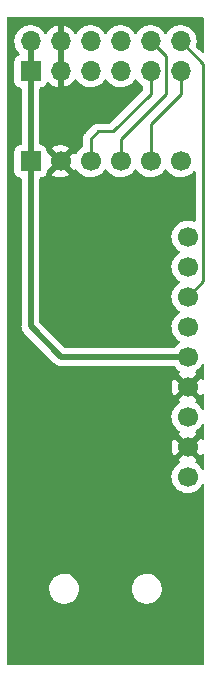
<source format=gbl>
G04 #@! TF.GenerationSoftware,KiCad,Pcbnew,6.0.9-8da3e8f707~116~ubuntu20.04.1*
G04 #@! TF.CreationDate,2022-12-23T11:35:35+01:00*
G04 #@! TF.ProjectId,pcm_dac,70636d5f-6461-4632-9e6b-696361645f70,rev?*
G04 #@! TF.SameCoordinates,Original*
G04 #@! TF.FileFunction,Copper,L2,Bot*
G04 #@! TF.FilePolarity,Positive*
%FSLAX46Y46*%
G04 Gerber Fmt 4.6, Leading zero omitted, Abs format (unit mm)*
G04 Created by KiCad (PCBNEW 6.0.9-8da3e8f707~116~ubuntu20.04.1) date 2022-12-23 11:35:35*
%MOMM*%
%LPD*%
G01*
G04 APERTURE LIST*
G04 #@! TA.AperFunction,ComponentPad*
%ADD10R,1.700000X1.700000*%
G04 #@! TD*
G04 #@! TA.AperFunction,ComponentPad*
%ADD11O,1.700000X1.700000*%
G04 #@! TD*
G04 #@! TA.AperFunction,ComponentPad*
%ADD12C,1.700000*%
G04 #@! TD*
G04 #@! TA.AperFunction,Conductor*
%ADD13C,0.500000*%
G04 #@! TD*
G04 #@! TA.AperFunction,Conductor*
%ADD14C,0.250000*%
G04 #@! TD*
G04 APERTURE END LIST*
D10*
X121920000Y-63500000D03*
D11*
X121920000Y-60960000D03*
X124460000Y-63500000D03*
X124460000Y-60960000D03*
X127000000Y-63500000D03*
X127000000Y-60960000D03*
X129540000Y-63500000D03*
X129540000Y-60960000D03*
X132080000Y-63500000D03*
X132080000Y-60960000D03*
X134620000Y-63500000D03*
X134620000Y-60960000D03*
D10*
X121920000Y-71120000D03*
D12*
X124460000Y-71120000D03*
X127000000Y-71120000D03*
X129540000Y-71120000D03*
X132080000Y-71120000D03*
X134620000Y-71120000D03*
X135220000Y-77520000D03*
X135220000Y-80060000D03*
X135220000Y-82600000D03*
X135220000Y-85140000D03*
X135220000Y-87680000D03*
X135220000Y-90220000D03*
X135220000Y-92760000D03*
X135220000Y-95300000D03*
X135220000Y-97840000D03*
D13*
X121920000Y-60960000D02*
X121920000Y-63500000D01*
X121920000Y-71120000D02*
X121920000Y-85090000D01*
X121920000Y-85090000D02*
X124510000Y-87680000D01*
X121920000Y-63500000D02*
X121920000Y-71120000D01*
X124510000Y-87680000D02*
X135220000Y-87680000D01*
D14*
X132080000Y-63500000D02*
X132080000Y-65405000D01*
X132080000Y-65405000D02*
X128905000Y-68580000D01*
X128905000Y-68580000D02*
X127635000Y-68580000D01*
X127000000Y-69215000D02*
X127000000Y-71120000D01*
X127635000Y-68580000D02*
X127000000Y-69215000D01*
X132080000Y-60960000D02*
X133350000Y-62230000D01*
X133350000Y-62230000D02*
X133350000Y-65405000D01*
X129540000Y-69215000D02*
X129540000Y-71120000D01*
X133350000Y-65405000D02*
X129540000Y-69215000D01*
X132080000Y-67945000D02*
X132080000Y-71120000D01*
X134620000Y-63500000D02*
X134620000Y-65405000D01*
X134620000Y-65405000D02*
X132080000Y-67945000D01*
X136525000Y-62865000D02*
X136525000Y-81295000D01*
X134620000Y-60960000D02*
X136525000Y-62865000D01*
X136525000Y-81295000D02*
X135220000Y-82600000D01*
G04 #@! TA.AperFunction,Conductor*
G36*
X136495018Y-58930000D02*
G01*
X136509853Y-58932310D01*
X136509855Y-58932310D01*
X136518724Y-58933691D01*
X136524508Y-58932935D01*
X136590868Y-58953307D01*
X136636700Y-59007528D01*
X136645165Y-59048873D01*
X136646309Y-59048723D01*
X136646309Y-59048724D01*
X136646329Y-59048873D01*
X136650436Y-59080283D01*
X136651500Y-59096621D01*
X136651500Y-61791405D01*
X136631498Y-61859526D01*
X136577842Y-61906019D01*
X136507568Y-61916123D01*
X136442988Y-61886629D01*
X136436404Y-61880500D01*
X136222899Y-61666994D01*
X135971217Y-61415312D01*
X135937192Y-61353000D01*
X135939755Y-61289590D01*
X135952370Y-61248069D01*
X135981529Y-61026590D01*
X135983156Y-60960000D01*
X135964852Y-60737361D01*
X135910431Y-60520702D01*
X135821354Y-60315840D01*
X135700014Y-60128277D01*
X135549670Y-59963051D01*
X135545619Y-59959852D01*
X135545615Y-59959848D01*
X135378414Y-59827800D01*
X135378410Y-59827798D01*
X135374359Y-59824598D01*
X135338028Y-59804542D01*
X135322136Y-59795769D01*
X135178789Y-59716638D01*
X135173920Y-59714914D01*
X135173916Y-59714912D01*
X134973087Y-59643795D01*
X134973083Y-59643794D01*
X134968212Y-59642069D01*
X134963119Y-59641162D01*
X134963116Y-59641161D01*
X134753373Y-59603800D01*
X134753367Y-59603799D01*
X134748284Y-59602894D01*
X134674452Y-59601992D01*
X134530081Y-59600228D01*
X134530079Y-59600228D01*
X134524911Y-59600165D01*
X134304091Y-59633955D01*
X134091756Y-59703357D01*
X133893607Y-59806507D01*
X133889474Y-59809610D01*
X133889471Y-59809612D01*
X133865247Y-59827800D01*
X133714965Y-59940635D01*
X133560629Y-60102138D01*
X133453201Y-60259621D01*
X133398293Y-60304621D01*
X133327768Y-60312792D01*
X133264021Y-60281538D01*
X133243324Y-60257054D01*
X133162822Y-60132617D01*
X133162820Y-60132614D01*
X133160014Y-60128277D01*
X133009670Y-59963051D01*
X133005619Y-59959852D01*
X133005615Y-59959848D01*
X132838414Y-59827800D01*
X132838410Y-59827798D01*
X132834359Y-59824598D01*
X132798028Y-59804542D01*
X132782136Y-59795769D01*
X132638789Y-59716638D01*
X132633920Y-59714914D01*
X132633916Y-59714912D01*
X132433087Y-59643795D01*
X132433083Y-59643794D01*
X132428212Y-59642069D01*
X132423119Y-59641162D01*
X132423116Y-59641161D01*
X132213373Y-59603800D01*
X132213367Y-59603799D01*
X132208284Y-59602894D01*
X132134452Y-59601992D01*
X131990081Y-59600228D01*
X131990079Y-59600228D01*
X131984911Y-59600165D01*
X131764091Y-59633955D01*
X131551756Y-59703357D01*
X131353607Y-59806507D01*
X131349474Y-59809610D01*
X131349471Y-59809612D01*
X131325247Y-59827800D01*
X131174965Y-59940635D01*
X131020629Y-60102138D01*
X130913201Y-60259621D01*
X130858293Y-60304621D01*
X130787768Y-60312792D01*
X130724021Y-60281538D01*
X130703324Y-60257054D01*
X130622822Y-60132617D01*
X130622820Y-60132614D01*
X130620014Y-60128277D01*
X130469670Y-59963051D01*
X130465619Y-59959852D01*
X130465615Y-59959848D01*
X130298414Y-59827800D01*
X130298410Y-59827798D01*
X130294359Y-59824598D01*
X130258028Y-59804542D01*
X130242136Y-59795769D01*
X130098789Y-59716638D01*
X130093920Y-59714914D01*
X130093916Y-59714912D01*
X129893087Y-59643795D01*
X129893083Y-59643794D01*
X129888212Y-59642069D01*
X129883119Y-59641162D01*
X129883116Y-59641161D01*
X129673373Y-59603800D01*
X129673367Y-59603799D01*
X129668284Y-59602894D01*
X129594452Y-59601992D01*
X129450081Y-59600228D01*
X129450079Y-59600228D01*
X129444911Y-59600165D01*
X129224091Y-59633955D01*
X129011756Y-59703357D01*
X128813607Y-59806507D01*
X128809474Y-59809610D01*
X128809471Y-59809612D01*
X128785247Y-59827800D01*
X128634965Y-59940635D01*
X128480629Y-60102138D01*
X128373201Y-60259621D01*
X128318293Y-60304621D01*
X128247768Y-60312792D01*
X128184021Y-60281538D01*
X128163324Y-60257054D01*
X128082822Y-60132617D01*
X128082820Y-60132614D01*
X128080014Y-60128277D01*
X127929670Y-59963051D01*
X127925619Y-59959852D01*
X127925615Y-59959848D01*
X127758414Y-59827800D01*
X127758410Y-59827798D01*
X127754359Y-59824598D01*
X127718028Y-59804542D01*
X127702136Y-59795769D01*
X127558789Y-59716638D01*
X127553920Y-59714914D01*
X127553916Y-59714912D01*
X127353087Y-59643795D01*
X127353083Y-59643794D01*
X127348212Y-59642069D01*
X127343119Y-59641162D01*
X127343116Y-59641161D01*
X127133373Y-59603800D01*
X127133367Y-59603799D01*
X127128284Y-59602894D01*
X127054452Y-59601992D01*
X126910081Y-59600228D01*
X126910079Y-59600228D01*
X126904911Y-59600165D01*
X126684091Y-59633955D01*
X126471756Y-59703357D01*
X126273607Y-59806507D01*
X126269474Y-59809610D01*
X126269471Y-59809612D01*
X126245247Y-59827800D01*
X126094965Y-59940635D01*
X125940629Y-60102138D01*
X125833204Y-60259618D01*
X125832898Y-60260066D01*
X125777987Y-60305069D01*
X125707462Y-60313240D01*
X125643715Y-60281986D01*
X125623018Y-60257502D01*
X125542426Y-60132926D01*
X125536136Y-60124757D01*
X125392806Y-59967240D01*
X125385273Y-59960215D01*
X125218139Y-59828222D01*
X125209552Y-59822517D01*
X125023117Y-59719599D01*
X125013705Y-59715369D01*
X124812959Y-59644280D01*
X124802988Y-59641646D01*
X124731837Y-59628972D01*
X124718540Y-59630432D01*
X124714000Y-59644989D01*
X124714000Y-64818517D01*
X124718064Y-64832359D01*
X124731478Y-64834393D01*
X124738184Y-64833534D01*
X124748262Y-64831392D01*
X124952255Y-64770191D01*
X124961842Y-64766433D01*
X125153095Y-64672739D01*
X125161945Y-64667464D01*
X125335328Y-64543792D01*
X125343200Y-64537139D01*
X125494052Y-64386812D01*
X125500730Y-64378965D01*
X125628022Y-64201819D01*
X125629279Y-64202722D01*
X125676373Y-64159362D01*
X125746311Y-64147145D01*
X125811751Y-64174678D01*
X125839579Y-64206511D01*
X125899987Y-64305088D01*
X126046250Y-64473938D01*
X126218126Y-64616632D01*
X126411000Y-64729338D01*
X126619692Y-64809030D01*
X126624760Y-64810061D01*
X126624763Y-64810062D01*
X126719862Y-64829410D01*
X126838597Y-64853567D01*
X126843772Y-64853757D01*
X126843774Y-64853757D01*
X127056673Y-64861564D01*
X127056677Y-64861564D01*
X127061837Y-64861753D01*
X127066957Y-64861097D01*
X127066959Y-64861097D01*
X127278288Y-64834025D01*
X127278289Y-64834025D01*
X127283416Y-64833368D01*
X127288366Y-64831883D01*
X127492429Y-64770661D01*
X127492434Y-64770659D01*
X127497384Y-64769174D01*
X127697994Y-64670896D01*
X127879860Y-64541173D01*
X128038096Y-64383489D01*
X128168453Y-64202077D01*
X128169776Y-64203028D01*
X128216645Y-64159857D01*
X128286580Y-64147625D01*
X128352026Y-64175144D01*
X128379875Y-64206994D01*
X128439987Y-64305088D01*
X128586250Y-64473938D01*
X128758126Y-64616632D01*
X128951000Y-64729338D01*
X129159692Y-64809030D01*
X129164760Y-64810061D01*
X129164763Y-64810062D01*
X129259862Y-64829410D01*
X129378597Y-64853567D01*
X129383772Y-64853757D01*
X129383774Y-64853757D01*
X129596673Y-64861564D01*
X129596677Y-64861564D01*
X129601837Y-64861753D01*
X129606957Y-64861097D01*
X129606959Y-64861097D01*
X129818288Y-64834025D01*
X129818289Y-64834025D01*
X129823416Y-64833368D01*
X129828366Y-64831883D01*
X130032429Y-64770661D01*
X130032434Y-64770659D01*
X130037384Y-64769174D01*
X130237994Y-64670896D01*
X130419860Y-64541173D01*
X130578096Y-64383489D01*
X130708453Y-64202077D01*
X130709776Y-64203028D01*
X130756645Y-64159857D01*
X130826580Y-64147625D01*
X130892026Y-64175144D01*
X130919875Y-64206994D01*
X130979987Y-64305088D01*
X131126250Y-64473938D01*
X131298126Y-64616632D01*
X131302593Y-64619242D01*
X131384070Y-64666853D01*
X131432794Y-64718491D01*
X131446500Y-64775641D01*
X131446500Y-65090406D01*
X131426498Y-65158527D01*
X131409595Y-65179501D01*
X128679500Y-67909595D01*
X128617188Y-67943621D01*
X128590405Y-67946500D01*
X127713768Y-67946500D01*
X127702585Y-67945973D01*
X127695092Y-67944298D01*
X127687166Y-67944547D01*
X127687165Y-67944547D01*
X127627002Y-67946438D01*
X127623044Y-67946500D01*
X127595144Y-67946500D01*
X127591154Y-67947004D01*
X127579320Y-67947936D01*
X127535111Y-67949326D01*
X127527495Y-67951539D01*
X127527493Y-67951539D01*
X127515652Y-67954979D01*
X127496293Y-67958988D01*
X127494983Y-67959154D01*
X127476203Y-67961526D01*
X127468837Y-67964442D01*
X127468831Y-67964444D01*
X127435098Y-67977800D01*
X127423868Y-67981645D01*
X127389017Y-67991770D01*
X127381407Y-67993981D01*
X127374584Y-67998016D01*
X127363966Y-68004295D01*
X127346213Y-68012992D01*
X127338568Y-68016019D01*
X127327383Y-68020448D01*
X127320968Y-68025109D01*
X127291612Y-68046437D01*
X127281695Y-68052951D01*
X127243638Y-68075458D01*
X127229317Y-68089779D01*
X127214284Y-68102619D01*
X127197893Y-68114528D01*
X127171516Y-68146413D01*
X127169712Y-68148593D01*
X127161722Y-68157374D01*
X126607742Y-68711353D01*
X126599463Y-68718887D01*
X126592982Y-68723000D01*
X126546357Y-68772651D01*
X126543602Y-68775493D01*
X126523865Y-68795230D01*
X126521385Y-68798427D01*
X126513682Y-68807447D01*
X126483414Y-68839679D01*
X126479595Y-68846625D01*
X126479593Y-68846628D01*
X126473652Y-68857434D01*
X126462801Y-68873953D01*
X126450386Y-68889959D01*
X126447241Y-68897228D01*
X126447238Y-68897232D01*
X126432826Y-68930537D01*
X126427609Y-68941187D01*
X126406305Y-68979940D01*
X126404334Y-68987615D01*
X126404334Y-68987616D01*
X126401267Y-68999562D01*
X126394863Y-69018266D01*
X126386819Y-69036855D01*
X126385580Y-69044678D01*
X126385577Y-69044688D01*
X126379901Y-69080524D01*
X126377495Y-69092144D01*
X126366500Y-69134970D01*
X126366500Y-69155224D01*
X126364949Y-69174934D01*
X126361780Y-69194943D01*
X126362526Y-69202835D01*
X126365941Y-69238961D01*
X126366500Y-69250819D01*
X126366500Y-69841692D01*
X126346498Y-69909813D01*
X126298683Y-69953453D01*
X126273607Y-69966507D01*
X126269474Y-69969610D01*
X126269471Y-69969612D01*
X126099100Y-70097530D01*
X126094965Y-70100635D01*
X126045607Y-70152285D01*
X125944750Y-70257826D01*
X125940629Y-70262138D01*
X125833204Y-70419618D01*
X125832898Y-70420066D01*
X125777987Y-70465069D01*
X125707462Y-70473240D01*
X125643715Y-70441986D01*
X125623017Y-70417501D01*
X125593062Y-70371197D01*
X125582377Y-70361995D01*
X125572812Y-70366398D01*
X124832022Y-71107188D01*
X124824408Y-71121132D01*
X124824539Y-71122965D01*
X124828790Y-71129580D01*
X125570474Y-71871264D01*
X125582484Y-71877823D01*
X125594223Y-71868855D01*
X125628022Y-71821819D01*
X125629277Y-71822721D01*
X125676391Y-71779355D01*
X125746330Y-71767148D01*
X125811767Y-71794691D01*
X125839580Y-71826513D01*
X125897287Y-71920683D01*
X125897291Y-71920688D01*
X125899987Y-71925088D01*
X126046250Y-72093938D01*
X126218126Y-72236632D01*
X126411000Y-72349338D01*
X126619692Y-72429030D01*
X126624760Y-72430061D01*
X126624763Y-72430062D01*
X126729604Y-72451392D01*
X126838597Y-72473567D01*
X126843772Y-72473757D01*
X126843774Y-72473757D01*
X127056673Y-72481564D01*
X127056677Y-72481564D01*
X127061837Y-72481753D01*
X127066957Y-72481097D01*
X127066959Y-72481097D01*
X127278288Y-72454025D01*
X127278289Y-72454025D01*
X127283416Y-72453368D01*
X127288366Y-72451883D01*
X127492429Y-72390661D01*
X127492434Y-72390659D01*
X127497384Y-72389174D01*
X127697994Y-72290896D01*
X127879860Y-72161173D01*
X128038096Y-72003489D01*
X128098927Y-71918834D01*
X128168453Y-71822077D01*
X128169776Y-71823028D01*
X128216645Y-71779857D01*
X128286580Y-71767625D01*
X128352026Y-71795144D01*
X128379875Y-71826994D01*
X128439987Y-71925088D01*
X128586250Y-72093938D01*
X128758126Y-72236632D01*
X128951000Y-72349338D01*
X129159692Y-72429030D01*
X129164760Y-72430061D01*
X129164763Y-72430062D01*
X129269604Y-72451392D01*
X129378597Y-72473567D01*
X129383772Y-72473757D01*
X129383774Y-72473757D01*
X129596673Y-72481564D01*
X129596677Y-72481564D01*
X129601837Y-72481753D01*
X129606957Y-72481097D01*
X129606959Y-72481097D01*
X129818288Y-72454025D01*
X129818289Y-72454025D01*
X129823416Y-72453368D01*
X129828366Y-72451883D01*
X130032429Y-72390661D01*
X130032434Y-72390659D01*
X130037384Y-72389174D01*
X130237994Y-72290896D01*
X130419860Y-72161173D01*
X130578096Y-72003489D01*
X130638927Y-71918834D01*
X130708453Y-71822077D01*
X130709776Y-71823028D01*
X130756645Y-71779857D01*
X130826580Y-71767625D01*
X130892026Y-71795144D01*
X130919875Y-71826994D01*
X130979987Y-71925088D01*
X131126250Y-72093938D01*
X131298126Y-72236632D01*
X131491000Y-72349338D01*
X131699692Y-72429030D01*
X131704760Y-72430061D01*
X131704763Y-72430062D01*
X131809604Y-72451392D01*
X131918597Y-72473567D01*
X131923772Y-72473757D01*
X131923774Y-72473757D01*
X132136673Y-72481564D01*
X132136677Y-72481564D01*
X132141837Y-72481753D01*
X132146957Y-72481097D01*
X132146959Y-72481097D01*
X132358288Y-72454025D01*
X132358289Y-72454025D01*
X132363416Y-72453368D01*
X132368366Y-72451883D01*
X132572429Y-72390661D01*
X132572434Y-72390659D01*
X132577384Y-72389174D01*
X132777994Y-72290896D01*
X132959860Y-72161173D01*
X133118096Y-72003489D01*
X133178927Y-71918834D01*
X133248453Y-71822077D01*
X133249776Y-71823028D01*
X133296645Y-71779857D01*
X133366580Y-71767625D01*
X133432026Y-71795144D01*
X133459875Y-71826994D01*
X133519987Y-71925088D01*
X133666250Y-72093938D01*
X133838126Y-72236632D01*
X134031000Y-72349338D01*
X134239692Y-72429030D01*
X134244760Y-72430061D01*
X134244763Y-72430062D01*
X134349604Y-72451392D01*
X134458597Y-72473567D01*
X134463772Y-72473757D01*
X134463774Y-72473757D01*
X134676673Y-72481564D01*
X134676677Y-72481564D01*
X134681837Y-72481753D01*
X134686957Y-72481097D01*
X134686959Y-72481097D01*
X134898288Y-72454025D01*
X134898289Y-72454025D01*
X134903416Y-72453368D01*
X134908366Y-72451883D01*
X135112429Y-72390661D01*
X135112434Y-72390659D01*
X135117384Y-72389174D01*
X135317994Y-72290896D01*
X135499860Y-72161173D01*
X135658096Y-72003489D01*
X135663177Y-71996418D01*
X135664308Y-71995536D01*
X135664465Y-71995352D01*
X135664503Y-71995384D01*
X135719172Y-71952770D01*
X135789875Y-71946324D01*
X135852840Y-71979127D01*
X135888074Y-72040763D01*
X135891500Y-72069944D01*
X135891500Y-76138265D01*
X135871498Y-76206386D01*
X135817842Y-76252879D01*
X135747568Y-76262983D01*
X135723440Y-76257038D01*
X135573087Y-76203795D01*
X135573083Y-76203794D01*
X135568212Y-76202069D01*
X135563119Y-76201162D01*
X135563116Y-76201161D01*
X135353373Y-76163800D01*
X135353367Y-76163799D01*
X135348284Y-76162894D01*
X135274452Y-76161992D01*
X135130081Y-76160228D01*
X135130079Y-76160228D01*
X135124911Y-76160165D01*
X134904091Y-76193955D01*
X134691756Y-76263357D01*
X134493607Y-76366507D01*
X134489474Y-76369610D01*
X134489471Y-76369612D01*
X134319100Y-76497530D01*
X134314965Y-76500635D01*
X134160629Y-76662138D01*
X134034743Y-76846680D01*
X133940688Y-77049305D01*
X133880989Y-77264570D01*
X133857251Y-77486695D01*
X133870110Y-77709715D01*
X133871247Y-77714761D01*
X133871248Y-77714767D01*
X133895304Y-77821508D01*
X133919222Y-77927639D01*
X134003266Y-78134616D01*
X134119987Y-78325088D01*
X134266250Y-78493938D01*
X134438126Y-78636632D01*
X134508595Y-78677811D01*
X134511445Y-78679476D01*
X134560169Y-78731114D01*
X134573240Y-78800897D01*
X134546509Y-78866669D01*
X134506055Y-78900027D01*
X134493607Y-78906507D01*
X134489474Y-78909610D01*
X134489471Y-78909612D01*
X134319100Y-79037530D01*
X134314965Y-79040635D01*
X134160629Y-79202138D01*
X134034743Y-79386680D01*
X133940688Y-79589305D01*
X133880989Y-79804570D01*
X133857251Y-80026695D01*
X133870110Y-80249715D01*
X133871247Y-80254761D01*
X133871248Y-80254767D01*
X133895304Y-80361508D01*
X133919222Y-80467639D01*
X134003266Y-80674616D01*
X134119987Y-80865088D01*
X134266250Y-81033938D01*
X134438126Y-81176632D01*
X134508595Y-81217811D01*
X134511445Y-81219476D01*
X134560169Y-81271114D01*
X134573240Y-81340897D01*
X134546509Y-81406669D01*
X134506055Y-81440027D01*
X134493607Y-81446507D01*
X134489474Y-81449610D01*
X134489471Y-81449612D01*
X134319100Y-81577530D01*
X134314965Y-81580635D01*
X134160629Y-81742138D01*
X134034743Y-81926680D01*
X133940688Y-82129305D01*
X133880989Y-82344570D01*
X133857251Y-82566695D01*
X133870110Y-82789715D01*
X133871247Y-82794761D01*
X133871248Y-82794767D01*
X133892275Y-82888069D01*
X133919222Y-83007639D01*
X133957461Y-83101811D01*
X133990518Y-83183220D01*
X134003266Y-83214616D01*
X134119987Y-83405088D01*
X134266250Y-83573938D01*
X134438126Y-83716632D01*
X134508595Y-83757811D01*
X134511445Y-83759476D01*
X134560169Y-83811114D01*
X134573240Y-83880897D01*
X134546509Y-83946669D01*
X134506055Y-83980027D01*
X134493607Y-83986507D01*
X134489474Y-83989610D01*
X134489471Y-83989612D01*
X134465247Y-84007800D01*
X134314965Y-84120635D01*
X134160629Y-84282138D01*
X134034743Y-84466680D01*
X133940688Y-84669305D01*
X133880989Y-84884570D01*
X133857251Y-85106695D01*
X133857548Y-85111848D01*
X133857548Y-85111851D01*
X133858631Y-85130630D01*
X133870110Y-85329715D01*
X133871247Y-85334761D01*
X133871248Y-85334767D01*
X133895304Y-85441508D01*
X133919222Y-85547639D01*
X133934346Y-85584884D01*
X133990518Y-85723220D01*
X134003266Y-85754616D01*
X134119987Y-85945088D01*
X134266250Y-86113938D01*
X134438126Y-86256632D01*
X134508595Y-86297811D01*
X134511445Y-86299476D01*
X134560169Y-86351114D01*
X134573240Y-86420897D01*
X134546509Y-86486669D01*
X134506055Y-86520027D01*
X134493607Y-86526507D01*
X134489474Y-86529610D01*
X134489471Y-86529612D01*
X134465247Y-86547800D01*
X134314965Y-86660635D01*
X134160629Y-86822138D01*
X134130363Y-86866507D01*
X134075455Y-86911507D01*
X134026277Y-86921500D01*
X124876371Y-86921500D01*
X124808250Y-86901498D01*
X124787276Y-86884595D01*
X122715405Y-84812724D01*
X122681379Y-84750412D01*
X122678500Y-84723629D01*
X122678500Y-72604500D01*
X122698502Y-72536379D01*
X122752158Y-72489886D01*
X122804500Y-72478500D01*
X122818134Y-72478500D01*
X122880316Y-72471745D01*
X123016705Y-72420615D01*
X123133261Y-72333261D01*
X123199519Y-72244853D01*
X123699977Y-72244853D01*
X123705258Y-72251907D01*
X123866756Y-72346279D01*
X123876042Y-72350729D01*
X124075001Y-72426703D01*
X124084899Y-72429579D01*
X124293595Y-72472038D01*
X124303823Y-72473257D01*
X124516650Y-72481062D01*
X124526936Y-72480595D01*
X124738185Y-72453534D01*
X124748262Y-72451392D01*
X124952255Y-72390191D01*
X124961842Y-72386433D01*
X125153098Y-72292738D01*
X125161944Y-72287465D01*
X125209247Y-72253723D01*
X125217648Y-72243023D01*
X125210660Y-72229870D01*
X124472812Y-71492022D01*
X124458868Y-71484408D01*
X124457035Y-71484539D01*
X124450420Y-71488790D01*
X123706737Y-72232473D01*
X123699977Y-72244853D01*
X123199519Y-72244853D01*
X123220615Y-72216705D01*
X123271745Y-72080316D01*
X123278500Y-72018134D01*
X123278500Y-71986955D01*
X123298502Y-71918834D01*
X123332608Y-71889915D01*
X123331507Y-71888707D01*
X123338005Y-71882785D01*
X124087978Y-71132812D01*
X124095592Y-71118868D01*
X124095461Y-71117035D01*
X124091210Y-71110420D01*
X123349848Y-70369058D01*
X123344114Y-70365927D01*
X123293912Y-70315725D01*
X123278500Y-70255340D01*
X123278500Y-70221866D01*
X123271745Y-70159684D01*
X123220615Y-70023295D01*
X123200479Y-69996427D01*
X123701223Y-69996427D01*
X123707968Y-70008758D01*
X124447188Y-70747978D01*
X124461132Y-70755592D01*
X124462965Y-70755461D01*
X124469580Y-70751210D01*
X125213389Y-70007401D01*
X125220410Y-69994544D01*
X125213611Y-69985213D01*
X125209554Y-69982518D01*
X125023117Y-69879599D01*
X125013705Y-69875369D01*
X124812959Y-69804280D01*
X124802989Y-69801646D01*
X124593327Y-69764301D01*
X124583073Y-69763331D01*
X124370116Y-69760728D01*
X124359832Y-69761448D01*
X124149321Y-69793661D01*
X124139293Y-69796050D01*
X123936868Y-69862212D01*
X123927359Y-69866209D01*
X123738466Y-69964540D01*
X123729734Y-69970039D01*
X123709677Y-69985099D01*
X123701223Y-69996427D01*
X123200479Y-69996427D01*
X123133261Y-69906739D01*
X123016705Y-69819385D01*
X122880316Y-69768255D01*
X122818134Y-69761500D01*
X122804500Y-69761500D01*
X122736379Y-69741498D01*
X122689886Y-69687842D01*
X122678500Y-69635500D01*
X122678500Y-64984500D01*
X122698502Y-64916379D01*
X122752158Y-64869886D01*
X122804500Y-64858500D01*
X122818134Y-64858500D01*
X122880316Y-64851745D01*
X123016705Y-64800615D01*
X123133261Y-64713261D01*
X123220615Y-64596705D01*
X123264798Y-64478848D01*
X123307440Y-64422084D01*
X123374001Y-64397384D01*
X123443350Y-64412592D01*
X123478017Y-64440580D01*
X123503218Y-64469673D01*
X123510580Y-64476883D01*
X123674434Y-64612916D01*
X123682881Y-64618831D01*
X123866756Y-64726279D01*
X123876042Y-64730729D01*
X124075001Y-64806703D01*
X124084899Y-64809579D01*
X124188250Y-64830606D01*
X124202299Y-64829410D01*
X124206000Y-64819065D01*
X124206000Y-59643102D01*
X124202082Y-59629758D01*
X124187806Y-59627771D01*
X124149324Y-59633660D01*
X124139288Y-59636051D01*
X123936868Y-59702212D01*
X123927359Y-59706209D01*
X123738463Y-59804542D01*
X123729738Y-59810036D01*
X123559433Y-59937905D01*
X123551726Y-59944748D01*
X123404590Y-60098717D01*
X123398109Y-60106722D01*
X123293498Y-60260074D01*
X123238587Y-60305076D01*
X123168062Y-60313247D01*
X123104315Y-60281993D01*
X123083618Y-60257509D01*
X123002822Y-60132617D01*
X123002820Y-60132614D01*
X123000014Y-60128277D01*
X122849670Y-59963051D01*
X122845619Y-59959852D01*
X122845615Y-59959848D01*
X122678414Y-59827800D01*
X122678410Y-59827798D01*
X122674359Y-59824598D01*
X122638028Y-59804542D01*
X122622136Y-59795769D01*
X122478789Y-59716638D01*
X122473920Y-59714914D01*
X122473916Y-59714912D01*
X122273087Y-59643795D01*
X122273083Y-59643794D01*
X122268212Y-59642069D01*
X122263119Y-59641162D01*
X122263116Y-59641161D01*
X122053373Y-59603800D01*
X122053367Y-59603799D01*
X122048284Y-59602894D01*
X121974452Y-59601992D01*
X121830081Y-59600228D01*
X121830079Y-59600228D01*
X121824911Y-59600165D01*
X121604091Y-59633955D01*
X121391756Y-59703357D01*
X121193607Y-59806507D01*
X121189474Y-59809610D01*
X121189471Y-59809612D01*
X121165247Y-59827800D01*
X121014965Y-59940635D01*
X120860629Y-60102138D01*
X120734743Y-60286680D01*
X120640688Y-60489305D01*
X120580989Y-60704570D01*
X120557251Y-60926695D01*
X120557548Y-60931848D01*
X120557548Y-60931851D01*
X120563011Y-61026590D01*
X120570110Y-61149715D01*
X120571247Y-61154761D01*
X120571248Y-61154767D01*
X120591119Y-61242939D01*
X120619222Y-61367639D01*
X120703266Y-61574616D01*
X120754942Y-61658944D01*
X120817291Y-61760688D01*
X120819987Y-61765088D01*
X120966250Y-61933938D01*
X120970230Y-61937242D01*
X120974981Y-61941187D01*
X121014616Y-62000090D01*
X121016113Y-62071071D01*
X120978997Y-62131593D01*
X120938725Y-62156112D01*
X120898638Y-62171140D01*
X120823295Y-62199385D01*
X120706739Y-62286739D01*
X120619385Y-62403295D01*
X120568255Y-62539684D01*
X120561500Y-62601866D01*
X120561500Y-64398134D01*
X120568255Y-64460316D01*
X120619385Y-64596705D01*
X120706739Y-64713261D01*
X120823295Y-64800615D01*
X120959684Y-64851745D01*
X121021866Y-64858500D01*
X121035500Y-64858500D01*
X121103621Y-64878502D01*
X121150114Y-64932158D01*
X121161500Y-64984500D01*
X121161500Y-69635500D01*
X121141498Y-69703621D01*
X121087842Y-69750114D01*
X121035500Y-69761500D01*
X121021866Y-69761500D01*
X120959684Y-69768255D01*
X120823295Y-69819385D01*
X120706739Y-69906739D01*
X120619385Y-70023295D01*
X120568255Y-70159684D01*
X120561500Y-70221866D01*
X120561500Y-72018134D01*
X120568255Y-72080316D01*
X120619385Y-72216705D01*
X120706739Y-72333261D01*
X120823295Y-72420615D01*
X120959684Y-72471745D01*
X121021866Y-72478500D01*
X121035500Y-72478500D01*
X121103621Y-72498502D01*
X121150114Y-72552158D01*
X121161500Y-72604500D01*
X121161500Y-85022930D01*
X121160067Y-85041880D01*
X121156801Y-85063349D01*
X121157394Y-85070641D01*
X121157394Y-85070644D01*
X121161085Y-85116018D01*
X121161500Y-85126233D01*
X121161500Y-85134293D01*
X121161925Y-85137937D01*
X121164789Y-85162507D01*
X121165222Y-85166882D01*
X121171140Y-85239637D01*
X121173396Y-85246601D01*
X121174587Y-85252560D01*
X121175971Y-85258415D01*
X121176818Y-85265681D01*
X121201735Y-85334327D01*
X121203152Y-85338455D01*
X121225649Y-85407899D01*
X121229445Y-85414154D01*
X121231951Y-85419628D01*
X121234670Y-85425058D01*
X121237167Y-85431937D01*
X121241180Y-85438057D01*
X121241180Y-85438058D01*
X121277186Y-85492976D01*
X121279523Y-85496680D01*
X121317405Y-85559107D01*
X121321121Y-85563315D01*
X121321122Y-85563316D01*
X121324803Y-85567484D01*
X121324776Y-85567508D01*
X121327429Y-85570500D01*
X121330132Y-85573733D01*
X121334144Y-85579852D01*
X121339456Y-85584884D01*
X121390383Y-85633128D01*
X121392825Y-85635506D01*
X123926230Y-88168911D01*
X123938616Y-88183323D01*
X123947149Y-88194918D01*
X123947154Y-88194923D01*
X123951492Y-88200818D01*
X123957070Y-88205557D01*
X123957073Y-88205560D01*
X123991768Y-88235035D01*
X123999284Y-88241965D01*
X124004979Y-88247660D01*
X124007861Y-88249940D01*
X124027251Y-88265281D01*
X124030655Y-88268072D01*
X124080703Y-88310591D01*
X124086285Y-88315333D01*
X124092801Y-88318661D01*
X124097850Y-88322028D01*
X124102979Y-88325195D01*
X124108716Y-88329734D01*
X124174875Y-88360655D01*
X124178769Y-88362558D01*
X124243808Y-88395769D01*
X124250916Y-88397508D01*
X124256559Y-88399607D01*
X124262322Y-88401524D01*
X124268950Y-88404622D01*
X124276112Y-88406112D01*
X124276113Y-88406112D01*
X124340412Y-88419486D01*
X124344696Y-88420456D01*
X124415610Y-88437808D01*
X124421212Y-88438156D01*
X124421215Y-88438156D01*
X124426764Y-88438500D01*
X124426762Y-88438536D01*
X124430755Y-88438775D01*
X124434947Y-88439149D01*
X124442115Y-88440640D01*
X124519520Y-88438546D01*
X124522928Y-88438500D01*
X134022491Y-88438500D01*
X134090612Y-88458502D01*
X134119402Y-88485595D01*
X134119987Y-88485088D01*
X134266250Y-88653938D01*
X134438126Y-88796632D01*
X134511955Y-88839774D01*
X134560679Y-88891412D01*
X134573750Y-88961195D01*
X134547019Y-89026967D01*
X134506562Y-89060327D01*
X134498460Y-89064544D01*
X134489734Y-89070039D01*
X134469677Y-89085099D01*
X134461223Y-89096427D01*
X134467968Y-89108758D01*
X135207188Y-89847978D01*
X135221132Y-89855592D01*
X135222965Y-89855461D01*
X135229580Y-89851210D01*
X135973389Y-89107401D01*
X135980410Y-89094544D01*
X135973611Y-89085213D01*
X135969559Y-89082521D01*
X135932602Y-89062120D01*
X135882631Y-89011687D01*
X135867859Y-88942245D01*
X135892975Y-88875839D01*
X135920327Y-88849232D01*
X135943797Y-88832491D01*
X136099860Y-88721173D01*
X136258096Y-88563489D01*
X136346372Y-88440640D01*
X136385435Y-88386277D01*
X136388453Y-88382077D01*
X136412543Y-88333333D01*
X136460656Y-88281127D01*
X136529357Y-88263220D01*
X136596834Y-88285298D01*
X136641662Y-88340352D01*
X136651500Y-88389161D01*
X136651500Y-89505776D01*
X136631498Y-89573897D01*
X136577842Y-89620390D01*
X136507568Y-89630494D01*
X136442988Y-89601000D01*
X136419708Y-89574215D01*
X136353064Y-89471199D01*
X136342377Y-89461995D01*
X136332812Y-89466398D01*
X135592022Y-90207188D01*
X135584408Y-90221132D01*
X135584539Y-90222965D01*
X135588790Y-90229580D01*
X136330474Y-90971264D01*
X136342484Y-90977823D01*
X136354223Y-90968855D01*
X136385004Y-90926019D01*
X136390315Y-90917180D01*
X136412543Y-90872205D01*
X136460657Y-90819998D01*
X136529358Y-90802091D01*
X136596835Y-90824170D01*
X136641663Y-90879224D01*
X136651500Y-90928032D01*
X136651500Y-92044856D01*
X136631498Y-92112977D01*
X136577842Y-92159470D01*
X136507568Y-92169574D01*
X136442988Y-92140080D01*
X136419708Y-92113296D01*
X136402490Y-92086680D01*
X136300014Y-91928277D01*
X136149670Y-91763051D01*
X136145619Y-91759852D01*
X136145615Y-91759848D01*
X135978414Y-91627800D01*
X135978410Y-91627798D01*
X135974359Y-91624598D01*
X135932569Y-91601529D01*
X135882598Y-91551097D01*
X135867826Y-91481654D01*
X135892942Y-91415248D01*
X135920293Y-91388642D01*
X135969247Y-91353723D01*
X135977648Y-91343023D01*
X135970660Y-91329870D01*
X135232812Y-90592022D01*
X135218868Y-90584408D01*
X135217035Y-90584539D01*
X135210420Y-90588790D01*
X134466737Y-91332473D01*
X134459977Y-91344853D01*
X134465258Y-91351907D01*
X134511969Y-91379203D01*
X134560693Y-91430841D01*
X134573764Y-91500624D01*
X134547033Y-91566396D01*
X134506584Y-91599752D01*
X134493607Y-91606507D01*
X134489474Y-91609610D01*
X134489471Y-91609612D01*
X134465247Y-91627800D01*
X134314965Y-91740635D01*
X134160629Y-91902138D01*
X134034743Y-92086680D01*
X133940688Y-92289305D01*
X133880989Y-92504570D01*
X133857251Y-92726695D01*
X133870110Y-92949715D01*
X133871247Y-92954761D01*
X133871248Y-92954767D01*
X133892275Y-93048069D01*
X133919222Y-93167639D01*
X133957461Y-93261811D01*
X133990518Y-93343220D01*
X134003266Y-93374616D01*
X134119987Y-93565088D01*
X134266250Y-93733938D01*
X134438126Y-93876632D01*
X134511955Y-93919774D01*
X134560679Y-93971412D01*
X134573750Y-94041195D01*
X134547019Y-94106967D01*
X134506562Y-94140327D01*
X134498460Y-94144544D01*
X134489734Y-94150039D01*
X134469677Y-94165099D01*
X134461223Y-94176427D01*
X134467968Y-94188758D01*
X135207188Y-94927978D01*
X135221132Y-94935592D01*
X135222965Y-94935461D01*
X135229580Y-94931210D01*
X135973389Y-94187401D01*
X135980410Y-94174544D01*
X135973611Y-94165213D01*
X135969559Y-94162521D01*
X135932602Y-94142120D01*
X135882631Y-94091687D01*
X135867859Y-94022245D01*
X135892975Y-93955839D01*
X135920327Y-93929232D01*
X135943797Y-93912491D01*
X136099860Y-93801173D01*
X136258096Y-93643489D01*
X136317594Y-93560689D01*
X136385435Y-93466277D01*
X136388453Y-93462077D01*
X136412543Y-93413333D01*
X136460656Y-93361127D01*
X136529357Y-93343220D01*
X136596834Y-93365298D01*
X136641662Y-93420352D01*
X136651500Y-93469161D01*
X136651500Y-94585776D01*
X136631498Y-94653897D01*
X136577842Y-94700390D01*
X136507568Y-94710494D01*
X136442988Y-94681000D01*
X136419708Y-94654215D01*
X136353064Y-94551199D01*
X136342377Y-94541995D01*
X136332812Y-94546398D01*
X135592022Y-95287188D01*
X135584408Y-95301132D01*
X135584539Y-95302965D01*
X135588790Y-95309580D01*
X136330474Y-96051264D01*
X136342484Y-96057823D01*
X136354223Y-96048855D01*
X136385004Y-96006019D01*
X136390315Y-95997180D01*
X136412543Y-95952205D01*
X136460657Y-95899998D01*
X136529358Y-95882091D01*
X136596835Y-95904170D01*
X136641663Y-95959224D01*
X136651500Y-96008032D01*
X136651500Y-97124856D01*
X136631498Y-97192977D01*
X136577842Y-97239470D01*
X136507568Y-97249574D01*
X136442988Y-97220080D01*
X136419708Y-97193296D01*
X136402490Y-97166680D01*
X136300014Y-97008277D01*
X136149670Y-96843051D01*
X136145619Y-96839852D01*
X136145615Y-96839848D01*
X135978414Y-96707800D01*
X135978410Y-96707798D01*
X135974359Y-96704598D01*
X135932569Y-96681529D01*
X135882598Y-96631097D01*
X135867826Y-96561654D01*
X135892942Y-96495248D01*
X135920293Y-96468642D01*
X135969247Y-96433723D01*
X135977648Y-96423023D01*
X135970660Y-96409870D01*
X135232812Y-95672022D01*
X135218868Y-95664408D01*
X135217035Y-95664539D01*
X135210420Y-95668790D01*
X134466737Y-96412473D01*
X134459977Y-96424853D01*
X134465258Y-96431907D01*
X134511969Y-96459203D01*
X134560693Y-96510841D01*
X134573764Y-96580624D01*
X134547033Y-96646396D01*
X134506584Y-96679752D01*
X134493607Y-96686507D01*
X134489474Y-96689610D01*
X134489471Y-96689612D01*
X134465247Y-96707800D01*
X134314965Y-96820635D01*
X134160629Y-96982138D01*
X134034743Y-97166680D01*
X133940688Y-97369305D01*
X133880989Y-97584570D01*
X133857251Y-97806695D01*
X133870110Y-98029715D01*
X133871247Y-98034761D01*
X133871248Y-98034767D01*
X133892275Y-98128069D01*
X133919222Y-98247639D01*
X133957461Y-98341811D01*
X133990518Y-98423220D01*
X134003266Y-98454616D01*
X134119987Y-98645088D01*
X134266250Y-98813938D01*
X134438126Y-98956632D01*
X134631000Y-99069338D01*
X134839692Y-99149030D01*
X134844760Y-99150061D01*
X134844763Y-99150062D01*
X134952017Y-99171883D01*
X135058597Y-99193567D01*
X135063772Y-99193757D01*
X135063774Y-99193757D01*
X135276673Y-99201564D01*
X135276677Y-99201564D01*
X135281837Y-99201753D01*
X135286957Y-99201097D01*
X135286959Y-99201097D01*
X135498288Y-99174025D01*
X135498289Y-99174025D01*
X135503416Y-99173368D01*
X135508366Y-99171883D01*
X135712429Y-99110661D01*
X135712434Y-99110659D01*
X135717384Y-99109174D01*
X135917994Y-99010896D01*
X136099860Y-98881173D01*
X136258096Y-98723489D01*
X136317594Y-98640689D01*
X136385435Y-98546277D01*
X136388453Y-98542077D01*
X136412543Y-98493333D01*
X136460656Y-98441127D01*
X136529357Y-98423220D01*
X136596834Y-98445298D01*
X136641662Y-98500352D01*
X136651500Y-98549161D01*
X136651500Y-113615633D01*
X136650000Y-113635018D01*
X136646309Y-113658724D01*
X136647065Y-113664508D01*
X136626693Y-113730868D01*
X136572472Y-113776700D01*
X136531127Y-113785165D01*
X136531277Y-113786309D01*
X136531276Y-113786309D01*
X136499714Y-113790436D01*
X136483379Y-113791500D01*
X120064367Y-113791500D01*
X120044982Y-113790000D01*
X120030148Y-113787690D01*
X120030145Y-113787690D01*
X120021276Y-113786309D01*
X120016065Y-113786990D01*
X119949984Y-113766706D01*
X119904150Y-113712486D01*
X119893671Y-113669778D01*
X119893729Y-113665000D01*
X119889773Y-113637376D01*
X119888500Y-113619514D01*
X119888500Y-107354690D01*
X123512037Y-107354690D01*
X123539025Y-107577715D01*
X123605082Y-107792435D01*
X123607652Y-107797415D01*
X123607654Y-107797419D01*
X123672852Y-107923738D01*
X123708118Y-107992064D01*
X123844877Y-108170292D01*
X124011036Y-108321485D01*
X124015783Y-108324463D01*
X124015786Y-108324465D01*
X124144229Y-108405036D01*
X124201344Y-108440864D01*
X124409783Y-108524656D01*
X124629767Y-108570213D01*
X124634378Y-108570479D01*
X124634379Y-108570479D01*
X124684952Y-108573395D01*
X124684956Y-108573395D01*
X124686775Y-108573500D01*
X124831999Y-108573500D01*
X124834786Y-108573251D01*
X124834792Y-108573251D01*
X124904929Y-108566991D01*
X124998762Y-108558617D01*
X125004176Y-108557136D01*
X125004181Y-108557135D01*
X125131912Y-108522191D01*
X125215451Y-108499337D01*
X125220509Y-108496925D01*
X125220513Y-108496923D01*
X125338042Y-108440864D01*
X125418218Y-108402622D01*
X125600654Y-108271529D01*
X125756992Y-108110201D01*
X125882290Y-107923738D01*
X125972588Y-107718033D01*
X126025032Y-107499589D01*
X126033386Y-107354690D01*
X130512037Y-107354690D01*
X130539025Y-107577715D01*
X130605082Y-107792435D01*
X130607652Y-107797415D01*
X130607654Y-107797419D01*
X130672852Y-107923738D01*
X130708118Y-107992064D01*
X130844877Y-108170292D01*
X131011036Y-108321485D01*
X131015783Y-108324463D01*
X131015786Y-108324465D01*
X131144229Y-108405036D01*
X131201344Y-108440864D01*
X131409783Y-108524656D01*
X131629767Y-108570213D01*
X131634378Y-108570479D01*
X131634379Y-108570479D01*
X131684952Y-108573395D01*
X131684956Y-108573395D01*
X131686775Y-108573500D01*
X131831999Y-108573500D01*
X131834786Y-108573251D01*
X131834792Y-108573251D01*
X131904929Y-108566991D01*
X131998762Y-108558617D01*
X132004176Y-108557136D01*
X132004181Y-108557135D01*
X132131912Y-108522191D01*
X132215451Y-108499337D01*
X132220509Y-108496925D01*
X132220513Y-108496923D01*
X132338042Y-108440864D01*
X132418218Y-108402622D01*
X132600654Y-108271529D01*
X132756992Y-108110201D01*
X132882290Y-107923738D01*
X132972588Y-107718033D01*
X133025032Y-107499589D01*
X133037963Y-107275310D01*
X133010975Y-107052285D01*
X132944918Y-106837565D01*
X132879798Y-106711396D01*
X132844454Y-106642919D01*
X132844454Y-106642918D01*
X132841882Y-106637936D01*
X132705123Y-106459708D01*
X132538964Y-106308515D01*
X132534217Y-106305537D01*
X132534214Y-106305535D01*
X132353405Y-106192115D01*
X132348656Y-106189136D01*
X132140217Y-106105344D01*
X131920233Y-106059787D01*
X131915622Y-106059521D01*
X131915621Y-106059521D01*
X131865048Y-106056605D01*
X131865044Y-106056605D01*
X131863225Y-106056500D01*
X131718001Y-106056500D01*
X131715214Y-106056749D01*
X131715208Y-106056749D01*
X131645071Y-106063009D01*
X131551238Y-106071383D01*
X131545824Y-106072864D01*
X131545819Y-106072865D01*
X131431262Y-106104205D01*
X131334549Y-106130663D01*
X131329491Y-106133075D01*
X131329487Y-106133077D01*
X131233165Y-106179021D01*
X131131782Y-106227378D01*
X130949346Y-106358471D01*
X130793008Y-106519799D01*
X130667710Y-106706262D01*
X130577412Y-106911967D01*
X130524968Y-107130411D01*
X130512037Y-107354690D01*
X126033386Y-107354690D01*
X126037963Y-107275310D01*
X126010975Y-107052285D01*
X125944918Y-106837565D01*
X125879798Y-106711396D01*
X125844454Y-106642919D01*
X125844454Y-106642918D01*
X125841882Y-106637936D01*
X125705123Y-106459708D01*
X125538964Y-106308515D01*
X125534217Y-106305537D01*
X125534214Y-106305535D01*
X125353405Y-106192115D01*
X125348656Y-106189136D01*
X125140217Y-106105344D01*
X124920233Y-106059787D01*
X124915622Y-106059521D01*
X124915621Y-106059521D01*
X124865048Y-106056605D01*
X124865044Y-106056605D01*
X124863225Y-106056500D01*
X124718001Y-106056500D01*
X124715214Y-106056749D01*
X124715208Y-106056749D01*
X124645071Y-106063009D01*
X124551238Y-106071383D01*
X124545824Y-106072864D01*
X124545819Y-106072865D01*
X124431262Y-106104205D01*
X124334549Y-106130663D01*
X124329491Y-106133075D01*
X124329487Y-106133077D01*
X124233165Y-106179021D01*
X124131782Y-106227378D01*
X123949346Y-106358471D01*
X123793008Y-106519799D01*
X123667710Y-106706262D01*
X123577412Y-106911967D01*
X123524968Y-107130411D01*
X123512037Y-107354690D01*
X119888500Y-107354690D01*
X119888500Y-95271863D01*
X133858050Y-95271863D01*
X133870309Y-95484477D01*
X133871745Y-95494697D01*
X133918565Y-95702446D01*
X133921645Y-95712275D01*
X134001770Y-95909603D01*
X134006413Y-95918794D01*
X134086460Y-96049420D01*
X134096916Y-96058880D01*
X134105694Y-96055096D01*
X134847978Y-95312812D01*
X134855592Y-95298868D01*
X134855461Y-95297035D01*
X134851210Y-95290420D01*
X134109849Y-94549059D01*
X134098313Y-94542759D01*
X134086031Y-94552382D01*
X134038089Y-94622662D01*
X134033004Y-94631613D01*
X133943338Y-94824783D01*
X133939775Y-94834470D01*
X133882864Y-95039681D01*
X133880933Y-95049800D01*
X133858302Y-95261574D01*
X133858050Y-95271863D01*
X119888500Y-95271863D01*
X119888500Y-90191863D01*
X133858050Y-90191863D01*
X133870309Y-90404477D01*
X133871745Y-90414697D01*
X133918565Y-90622446D01*
X133921645Y-90632275D01*
X134001770Y-90829603D01*
X134006413Y-90838794D01*
X134086460Y-90969420D01*
X134096916Y-90978880D01*
X134105694Y-90975096D01*
X134847978Y-90232812D01*
X134855592Y-90218868D01*
X134855461Y-90217035D01*
X134851210Y-90210420D01*
X134109849Y-89469059D01*
X134098313Y-89462759D01*
X134086031Y-89472382D01*
X134038089Y-89542662D01*
X134033004Y-89551613D01*
X133943338Y-89744783D01*
X133939775Y-89754470D01*
X133882864Y-89959681D01*
X133880933Y-89969800D01*
X133858302Y-90181574D01*
X133858050Y-90191863D01*
X119888500Y-90191863D01*
X119888500Y-59108250D01*
X119890246Y-59087345D01*
X119892770Y-59072344D01*
X119892770Y-59072341D01*
X119893576Y-59067552D01*
X119893704Y-59057029D01*
X119914533Y-58989157D01*
X119968750Y-58943320D01*
X120008906Y-58935094D01*
X120008723Y-58933691D01*
X120008724Y-58933691D01*
X120040286Y-58929564D01*
X120056621Y-58928500D01*
X136475633Y-58928500D01*
X136495018Y-58930000D01*
G37*
G04 #@! TD.AperFunction*
M02*

</source>
